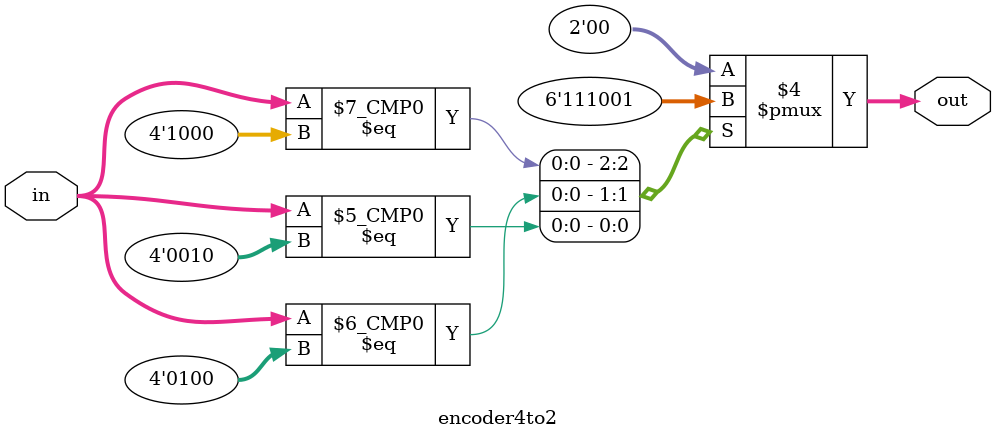
<source format=v>
`timescale 1ns / 1ps

module encoder4to2(input [3:0] in,
                   output reg [1:0] out);
						 
always@(*) begin
	case (in)
		4'b1000: out = 2'b11;
		4'b0100: out = 2'b10;
		4'b0010: out = 2'b01;
		4'b0001: out = 2'b00;
		default: out = 2'b00;
	endcase
end

endmodule

</source>
